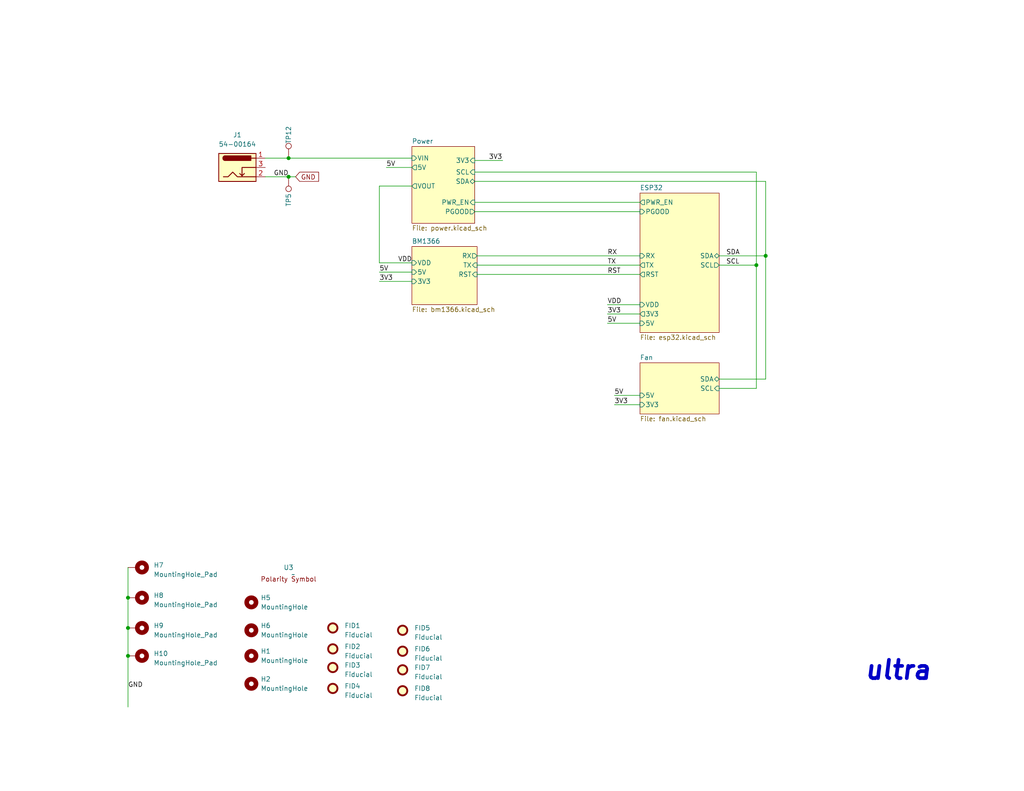
<source format=kicad_sch>
(kicad_sch (version 20231120) (generator "eeschema") (generator_version "8.0")
  (paper "A")
  (title_block (title "Bitaxe Ultra") (date "2024-06-19") (rev "206"))
  (lib_symbols
    (symbol "Connector:Barrel_Jack_Switch" (pin_names hide)
      (property "Reference" "J" (at 0 5.334 0))
      (property "Value" "Barrel_Jack_Switch" (at 0 -5.08 0))
      (symbol "Barrel_Jack_Switch_0_1"
        (rectangle (start -5.08 3.81) (end 5.08 -3.81) (stroke (width 0.254)) (fill (type background)))
        (arc (start -3.302 3.175) (mid -3.9343 2.54) (end -3.302 1.905) (stroke (width 0.254)))
        (arc (start -3.302 3.175) (mid -3.9343 2.54) (end -3.302 1.905) (stroke (width 0.254)) (fill (type outline)))
        (polyline (pts (xy 1.27 -2.286) (xy 1.905 -1.651)) (stroke (width 0.254)))
        (polyline (pts (xy 5.08 2.54) (xy 3.81 2.54)) (stroke (width 0.254)))
        (polyline (pts (xy 5.08 0) (xy 1.27 0) (xy 1.27 -2.286) (xy 0.635 -1.651)) (stroke (width 0.254)))
        (polyline (pts (xy -3.81 -2.54) (xy -2.54 -2.54) (xy -1.27 -1.27) (xy 0 -2.54) (xy 2.54 -2.54) (xy 5.08 -2.54)) (stroke (width 0.254)))
        (rectangle (start 3.683 3.175) (end -3.302 1.905) (stroke (width 0.254)) (fill (type outline)))
      )
      (symbol "Barrel_Jack_Switch_1_1"
        (pin power_out line (at 7.62 2.54 180) (length 2.54) (name "~") (number "1"))
        (pin power_out line (at 7.62 -2.54 180) (length 2.54) (name "~") (number "2"))
        (pin passive line (at 7.62 0 180) (length 2.54) (name "~") (number "3"))
      )
    )
    (symbol "Connector:TestPoint" (pin_numbers hide) (pin_names (offset 0.762) hide)
      (property "Reference" "TP" (at 0 6.858 0))
      (property "Value" "TestPoint" (at 0 5.08 0))
      (symbol "TestPoint_0_1"
        (circle (center 0 3.302) (radius 0.762))
      )
      (symbol "TestPoint_1_1"
        (pin passive line (at 0 0 90) (length 2.54) (name "1") (number "1"))
      )
    )
    (symbol "Mechanical:Fiducial"
      (property "Reference" "FID" (at 0 5.08 0))
      (property "Value" "Fiducial" (at 0 3.175 0))
      (symbol "Fiducial_0_1"
        (circle (center 0 0) (radius 1.27) (stroke (width 0.508)) (fill (type background)))
      )
    )
    (symbol "Mechanical:MountingHole" (pin_names (offset 1.016))
      (property "Reference" "H" (at 0 5.08 0))
      (property "Value" "MountingHole" (at 0 3.175 0))
      (symbol "MountingHole_0_1"
        (circle (center 0 0) (radius 1.27) (stroke (width 1.27)))
      )
    )
    (symbol "Mechanical:MountingHole_Pad" (pin_numbers hide) (pin_names (offset 1.016) hide)
      (property "Reference" "H" (at 0 6.35 0))
      (property "Value" "MountingHole_Pad" (at 0 4.445 0))
      (symbol "MountingHole_Pad_0_1"
        (circle (center 0 1.27) (radius 1.27) (stroke (width 1.27)))
      )
      (symbol "MountingHole_Pad_1_1"
        (pin input line (at 0 -2.54 90) (length 2.54) (name "1") (number "1"))
      )
    )
    (symbol "bitaxe:polarity" (in_bom no)
      (property "Reference" "U" (at 0 0 0))
      (symbol "polarity_1_1"
        (text "Polarity Symbol" (at -1.27 -1.27 0) (effects (font (size 1.27 1.27))))
      )
    )
  )
  (junction (at 208.915 69.85))
  (junction (at 34.925 179.07))
  (junction (at 34.925 171.45))
  (junction (at 206.375 72.39))
  (junction (at 78.74 48.26))
  (junction (at 34.925 163.195))
  (junction (at 78.74 43.18))
  (wire (pts (xy 129.54 46.99) (xy 206.375 46.99)))
  (wire (pts (xy 196.215 72.39) (xy 206.375 72.39)))
  (wire (pts (xy 105.41 45.72) (xy 112.395 45.72)))
  (wire (pts (xy 130.175 72.39) (xy 174.625 72.39)))
  (wire (pts (xy 165.735 88.265) (xy 174.625 88.265)))
  (wire (pts (xy 72.39 43.18) (xy 78.74 43.18)))
  (wire (pts (xy 72.39 48.26) (xy 78.74 48.26)))
  (wire (pts (xy 167.64 110.49) (xy 174.625 110.49)))
  (wire (pts (xy 208.915 49.53) (xy 208.915 69.85)))
  (wire (pts (xy 129.54 49.53) (xy 208.915 49.53)))
  (wire (pts (xy 78.74 43.18) (xy 112.395 43.18)))
  (wire (pts (xy 165.735 83.185) (xy 174.625 83.185)))
  (wire (pts (xy 78.74 48.26) (xy 80.645 48.26)))
  (wire (pts (xy 206.375 72.39) (xy 206.375 106.045)))
  (wire (pts (xy 206.375 46.99) (xy 206.375 72.39)))
  (wire (pts (xy 129.54 55.245) (xy 174.625 55.245)))
  (wire (pts (xy 196.215 69.85) (xy 208.915 69.85)))
  (wire (pts (xy 34.925 163.195) (xy 34.925 171.45)))
  (wire (pts (xy 103.505 76.835) (xy 112.395 76.835)))
  (wire (pts (xy 130.175 69.85) (xy 174.625 69.85)))
  (wire (pts (xy 196.215 103.505) (xy 208.915 103.505)))
  (wire (pts (xy 103.505 71.755) (xy 103.505 50.8)))
  (wire (pts (xy 196.215 106.045) (xy 206.375 106.045)))
  (wire (pts (xy 103.505 74.295) (xy 112.395 74.295)))
  (wire (pts (xy 208.915 103.505) (xy 208.915 69.85)))
  (wire (pts (xy 129.54 57.785) (xy 174.625 57.785)))
  (wire (pts (xy 167.64 107.95) (xy 174.625 107.95)))
  (wire (pts (xy 34.925 179.07) (xy 34.925 193.04)))
  (wire (pts (xy 34.925 154.94) (xy 34.925 163.195)))
  (wire (pts (xy 165.735 85.725) (xy 174.625 85.725)))
  (wire (pts (xy 112.395 71.755) (xy 103.505 71.755)))
  (wire (pts (xy 103.505 50.8) (xy 112.395 50.8)))
  (wire (pts (xy 130.175 74.93) (xy 174.625 74.93)))
  (wire (pts (xy 34.925 171.45) (xy 34.925 179.07)))
  (wire (pts (xy 129.54 43.815) (xy 137.16 43.815)))
  (text "ultra" (at 235.585 186.055 0) (effects (font (size 5 5) (thickness 1) (bold yes) (italic yes)) (justify left bottom)))
  (label "VDD" (at 165.735 83.185 0))
  (label "3V3" (at 103.505 76.835 0))
  (label "RST" (at 165.735 74.93 0))
  (label "VDD" (at 108.585 71.755 0))
  (label "5V" (at 105.41 45.72 0))
  (label "5V" (at 167.64 107.95 0))
  (label "SDA" (at 198.12 69.85 0))
  (label "GND" (at 34.925 187.96 0))
  (label "RX" (at 165.735 69.85 0))
  (label "3V3" (at 133.35 43.815 0))
  (label "3V3" (at 165.735 85.725 0))
  (label "SCL" (at 198.12 72.39 0))
  (label "5V" (at 165.735 88.265 0))
  (label "3V3" (at 167.64 110.49 0))
  (label "5V" (at 103.505 74.295 0))
  (label "GND" (at 78.74 48.26 180))
  (label "TX" (at 165.735 72.39 0))
  (global_label "GND" (shape input) (at 80.645 48.26 0) (property "Intersheetrefs" "${INTERSHEET_REFS}" (effects (hide yes))))
  (symbol (lib_id "Mechanical:Fiducial") (at 90.805 177.165 0) (unit 1) (in_bom no)
    (property "Reference" "FID2" (at 93.98 176.53 0) (effects (justify left)))
    (property "Value" "Fiducial" (at 93.98 179.07 0) (effects (justify left)))
    (property "Footprint" "Fiducial:Fiducial_1mm_Mask2mm" (effects (hide yes)))
  )
  (symbol (lib_id "Mechanical:Fiducial") (at 90.805 182.245 0) (unit 1) (in_bom no)
    (property "Reference" "FID3" (at 93.98 181.61 0) (effects (justify left)))
    (property "Value" "Fiducial" (at 93.98 184.15 0) (effects (justify left)))
    (property "Footprint" "Fiducial:Fiducial_1mm_Mask2mm" (effects (hide yes)))
  )
  (symbol (lib_id "Mechanical:Fiducial") (at 90.805 187.96 0) (unit 1) (in_bom no)
    (property "Reference" "FID4" (at 93.98 187.325 0) (effects (justify left)))
    (property "Value" "Fiducial" (at 93.98 189.865 0) (effects (justify left)))
    (property "Footprint" "Fiducial:Fiducial_1mm_Mask2mm" (effects (hide yes)))
  )
  (symbol (lib_id "Mechanical:Fiducial") (at 109.855 177.8 0) (unit 1) (in_bom no)
    (property "Reference" "FID6" (at 113.03 177.165 0) (effects (justify left)))
    (property "Value" "Fiducial" (at 113.03 179.705 0) (effects (justify left)))
    (property "Footprint" "Fiducial:Fiducial_1mm_Mask2mm" (effects (hide yes)))
  )
  (symbol (lib_id "Connector:TestPoint") (at 78.74 48.26 180) (unit 1) (in_bom no)
    (property "Reference" "TP5" (at 78.74 54.61 90))
    (property "Value" "TestPoint" (effects (hide yes)))
    (property "Footprint" "TestPoint:TestPoint_Pad_D3.0mm" (effects (hide yes)))
  )
  (symbol (lib_id "Connector:TestPoint") (at 78.74 43.18 0) (unit 1) (in_bom no)
    (property "Reference" "TP12" (at 78.74 36.83 90))
    (property "Value" "TestPoint" (effects (hide yes)))
    (property "Footprint" "TestPoint:TestPoint_Pad_D3.0mm" (effects (hide yes)))
  )
  (symbol (lib_id "Mechanical:MountingHole") (at 68.58 186.69 0) (unit 1) (in_bom no)
    (property "Reference" "H2" (at 71.12 185.4199 0) (effects (justify left)))
    (property "Value" "MountingHole" (at 71.12 187.9599 0) (effects (justify left)))
    (property "Footprint" "MountingHole:MountingHole_3.5mm" (effects (hide yes)))
  )
  (symbol (lib_id "Mechanical:MountingHole_Pad") (at 37.465 154.94 270) (unit 1) (in_bom no)
    (property "Reference" "H7" (at 41.91 154.305 90) (effects (justify left)))
    (property "Value" "MountingHole_Pad" (at 41.91 156.845 90) (effects (justify left)))
    (property "Footprint" "MountingHole:MountingHole_3mm_Pad_Via" (effects (hide yes)))
  )
  (symbol (lib_id "Mechanical:MountingHole") (at 68.58 179.07 0) (unit 1) (in_bom no)
    (property "Reference" "H1" (at 71.12 177.7999 0) (effects (justify left)))
    (property "Value" "MountingHole" (at 71.12 180.3399 0) (effects (justify left)))
    (property "Footprint" "MountingHole:MountingHole_3.5mm" (effects (hide yes)))
  )
  (symbol (lib_id "Mechanical:Fiducial") (at 90.805 171.45 0) (unit 1) (in_bom no)
    (property "Reference" "FID1" (at 93.98 170.815 0) (effects (justify left)))
    (property "Value" "Fiducial" (at 93.98 173.355 0) (effects (justify left)))
    (property "Footprint" "Fiducial:Fiducial_1mm_Mask2mm" (effects (hide yes)))
  )
  (symbol (lib_id "Mechanical:Fiducial") (at 109.855 188.595 0) (unit 1) (in_bom no)
    (property "Reference" "FID8" (at 113.03 187.96 0) (effects (justify left)))
    (property "Value" "Fiducial" (at 113.03 190.5 0) (effects (justify left)))
    (property "Footprint" "Fiducial:Fiducial_1mm_Mask2mm" (effects (hide yes)))
  )
  (symbol (lib_id "Mechanical:Fiducial") (at 109.855 172.085 0) (unit 1) (in_bom no)
    (property "Reference" "FID5" (at 113.03 171.45 0) (effects (justify left)))
    (property "Value" "Fiducial" (at 113.03 173.99 0) (effects (justify left)))
    (property "Footprint" "Fiducial:Fiducial_1mm_Mask2mm" (effects (hide yes)))
  )
  (symbol (lib_id "Mechanical:MountingHole") (at 68.58 172.085 0) (unit 1) (in_bom no)
    (property "Reference" "H6" (at 71.12 170.8149 0) (effects (justify left)))
    (property "Value" "MountingHole" (at 71.12 173.3549 0) (effects (justify left)))
    (property "Footprint" "MountingHole:MountingHole_3.5mm" (effects (hide yes)))
  )
  (symbol (lib_id "Mechanical:Fiducial") (at 109.855 182.88 0) (unit 1) (in_bom no)
    (property "Reference" "FID7" (at 113.03 182.245 0) (effects (justify left)))
    (property "Value" "Fiducial" (at 113.03 184.785 0) (effects (justify left)))
    (property "Footprint" "Fiducial:Fiducial_1mm_Mask2mm" (effects (hide yes)))
  )
  (symbol (lib_id "Mechanical:MountingHole") (at 68.58 164.465 0) (unit 1) (in_bom no)
    (property "Reference" "H5" (at 71.12 163.1949 0) (effects (justify left)))
    (property "Value" "MountingHole" (at 71.12 165.7349 0) (effects (justify left)))
    (property "Footprint" "MountingHole:MountingHole_3.5mm" (effects (hide yes)))
  )
  (symbol (lib_id "Mechanical:MountingHole_Pad") (at 37.465 171.45 270) (unit 1) (in_bom no)
    (property "Reference" "H9" (at 41.91 170.815 90) (effects (justify left)))
    (property "Value" "MountingHole_Pad" (at 41.91 173.355 90) (effects (justify left)))
    (property "Footprint" "MountingHole:MountingHole_3mm_Pad_Via" (effects (hide yes)))
  )
  (symbol (lib_id "Mechanical:MountingHole_Pad") (at 37.465 163.195 270) (unit 1) (in_bom no)
    (property "Reference" "H8" (at 41.91 162.56 90) (effects (justify left)))
    (property "Value" "MountingHole_Pad" (at 41.91 165.1 90) (effects (justify left)))
    (property "Footprint" "MountingHole:MountingHole_3mm_Pad_Via" (effects (hide yes)))
  )
  (symbol (lib_id "Mechanical:MountingHole_Pad") (at 37.465 179.07 270) (unit 1) (in_bom no)
    (property "Reference" "H10" (at 41.91 178.435 90) (effects (justify left)))
    (property "Value" "MountingHole_Pad" (at 41.91 180.975 90) (effects (justify left)))
    (property "Footprint" "MountingHole:MountingHole_3mm_Pad_Via" (effects (hide yes)))
  )
  (symbol (lib_id "bitaxe:polarity") (at 80.01 156.845 0) (unit 1) (in_bom no)
    (property "Reference" "U3" (at 78.74 154.94 0))
    (property "Value" "~" (at 80.01 156.845 0))
    (property "Footprint" "bitaxe:polarity" (effects (hide yes)))
  )
  (symbol (lib_id "Connector:Barrel_Jack_Switch") (at 64.77 45.72 0) (unit 1)
    (property "Reference" "J1" (at 64.77 36.83 0))
    (property "Value" "54-00164" (at 64.77 39.37 0))
    (property "Footprint" "bitaxe:TENSILITY_54-00164" (effects (hide yes)))
    (property "Datasheet" "https://tensility.s3.amazonaws.com/uploads/pdffiles/54-00164.pdf" (effects (hide yes)))
    (property "Description" "DC Barrel Jack with an internal switch" (effects (hide yes)))
    (property "DK" "839-54-00164CT-ND" (effects (hide yes)))
    (property "PARTNO" "54-00164" (effects (hide yes)))
    (property "LCSC" "C431534" (effects (hide yes)))
  )
  (sheet (at 112.395 67.31) (size 17.78 15.875) (stroke (width 0.1524)) (fill (color 255 255 194 1.0000))
    (property "Sheetname" "BM1366" (at 112.395 66.5984 0) (effects (justify left bottom)))
    (property "Sheetfile" "bm1366.kicad_sch" (at 112.395 83.7696 0) (effects (justify left top)))
    (pin "TX" input (at 130.175 72.39 0))
    (pin "RX" output (at 130.175 69.85 0))
    (pin "RST" input (at 130.175 74.93 0))
    (pin "3V3" input (at 112.395 76.835 180))
    (pin "5V" input (at 112.395 74.295 180))
    (pin "VDD" input (at 112.395 71.755 180))
  )
  (sheet (at 174.625 99.06) (size 21.59 13.97) (stroke (width 0.1524)) (fill (color 255 255 194 1.0000))
    (property "Sheetname" "Fan" (at 174.625 98.3484 0) (effects (justify left bottom)))
    (property "Sheetfile" "fan.kicad_sch" (at 174.625 113.6146 0) (effects (justify left top)))
    (pin "SDA" bidirectional (at 196.215 103.505 0))
    (pin "SCL" input (at 196.215 106.045 0))
    (pin "5V" input (at 174.625 107.95 180))
    (pin "3V3" input (at 174.625 110.49 180))
  )
  (sheet (at 112.395 40.005) (size 17.145 20.955) (stroke (width 0.1524)) (fill (color 255 255 194 1.0000))
    (property "Sheetname" "Power" (at 112.395 39.2934 0) (effects (justify left bottom)))
    (property "Sheetfile" "power.kicad_sch" (at 112.395 61.5446 0) (effects (justify left top)))
    (pin "VOUT" output (at 112.395 50.8 180))
    (pin "VIN" input (at 112.395 43.18 180))
    (pin "SCL" input (at 129.54 46.99 0))
    (pin "SDA" bidirectional (at 129.54 49.53 0))
    (pin "5V" output (at 112.395 45.72 180))
    (pin "3V3" input (at 129.54 43.815 0))
    (pin "PGOOD" output (at 129.54 57.785 0))
    (pin "PWR_EN" input (at 129.54 55.245 0))
  )
  (sheet (at 174.625 52.705) (size 21.59 38.1) (stroke (width 0.1524)) (fill (color 255 255 194 1.0000))
    (property "Sheetname" "ESP32" (at 174.625 51.9934 0) (effects (justify left bottom)))
    (property "Sheetfile" "esp32.kicad_sch" (at 174.625 91.3896 0) (effects (justify left top)))
    (pin "SDA" bidirectional (at 196.215 69.85 0))
    (pin "SCL" output (at 196.215 72.39 0))
    (pin "RX" input (at 174.625 69.85 180))
    (pin "TX" output (at 174.625 72.39 180))
    (pin "RST" output (at 174.625 74.93 180))
    (pin "5V" input (at 174.625 88.265 180))
    (pin "3V3" output (at 174.625 85.725 180))
    (pin "PGOOD" input (at 174.625 57.785 180))
    (pin "VDD" input (at 174.625 83.185 180))
    (pin "PWR_EN" output (at 174.625 55.245 180))
  )
)
</source>
